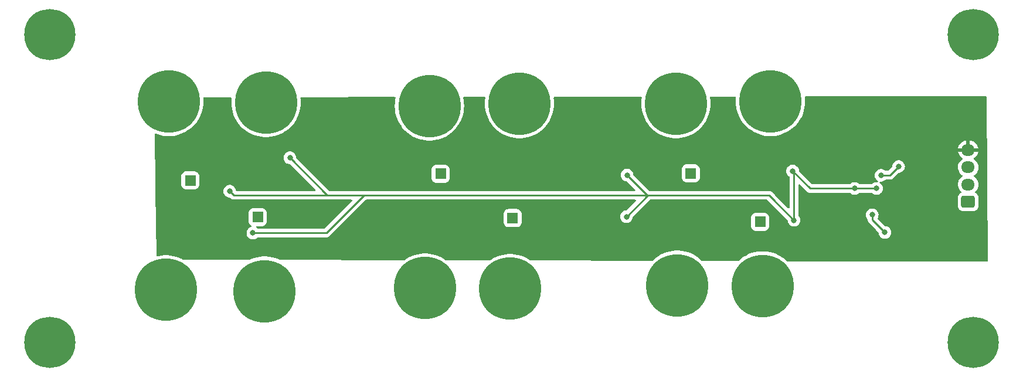
<source format=gbr>
%TF.GenerationSoftware,KiCad,Pcbnew,7.0.7*%
%TF.CreationDate,2024-01-12T20:40:26-05:00*%
%TF.ProjectId,new current sensor,6e657720-6375-4727-9265-6e742073656e,rev?*%
%TF.SameCoordinates,Original*%
%TF.FileFunction,Copper,L2,Bot*%
%TF.FilePolarity,Positive*%
%FSLAX46Y46*%
G04 Gerber Fmt 4.6, Leading zero omitted, Abs format (unit mm)*
G04 Created by KiCad (PCBNEW 7.0.7) date 2024-01-12 20:40:26*
%MOMM*%
%LPD*%
G01*
G04 APERTURE LIST*
G04 Aperture macros list*
%AMRoundRect*
0 Rectangle with rounded corners*
0 $1 Rounding radius*
0 $2 $3 $4 $5 $6 $7 $8 $9 X,Y pos of 4 corners*
0 Add a 4 corners polygon primitive as box body*
4,1,4,$2,$3,$4,$5,$6,$7,$8,$9,$2,$3,0*
0 Add four circle primitives for the rounded corners*
1,1,$1+$1,$2,$3*
1,1,$1+$1,$4,$5*
1,1,$1+$1,$6,$7*
1,1,$1+$1,$8,$9*
0 Add four rect primitives between the rounded corners*
20,1,$1+$1,$2,$3,$4,$5,0*
20,1,$1+$1,$4,$5,$6,$7,0*
20,1,$1+$1,$6,$7,$8,$9,0*
20,1,$1+$1,$8,$9,$2,$3,0*%
G04 Aperture macros list end*
%TA.AperFunction,ComponentPad*%
%ADD10C,7.400000*%
%TD*%
%TA.AperFunction,ComponentPad*%
%ADD11RoundRect,0.250000X-0.550000X-0.550000X0.550000X-0.550000X0.550000X0.550000X-0.550000X0.550000X0*%
%TD*%
%TA.AperFunction,ComponentPad*%
%ADD12C,9.000000*%
%TD*%
%TA.AperFunction,ComponentPad*%
%ADD13RoundRect,0.250000X0.725000X-0.600000X0.725000X0.600000X-0.725000X0.600000X-0.725000X-0.600000X0*%
%TD*%
%TA.AperFunction,ComponentPad*%
%ADD14O,1.950000X1.700000*%
%TD*%
%TA.AperFunction,ViaPad*%
%ADD15C,0.800000*%
%TD*%
%TA.AperFunction,Conductor*%
%ADD16C,0.250000*%
%TD*%
G04 APERTURE END LIST*
D10*
%TO.P,REF\u002A\u002A,1*%
%TO.N,N/C*%
X241300000Y-38100000D03*
%TD*%
%TO.P,REF\u002A\u002A,1*%
%TO.N,N/C*%
X107950000Y-38100000D03*
%TD*%
%TO.P,REF\u002A\u002A,1*%
%TO.N,N/C*%
X107950000Y-82550000D03*
%TD*%
%TO.P,REF\u002A\u002A,1*%
%TO.N,N/C*%
X241300000Y-82550000D03*
%TD*%
D11*
%TO.P,TP1,1,1*%
%TO.N,Net-(U1-~{FAULT})*%
X137949139Y-64454800D03*
%TD*%
D12*
%TO.P,H6.1,1,1*%
%TO.N,/M3+*%
X162113397Y-74698097D03*
%TD*%
%TO.P,H5.2,1,1*%
%TO.N,/M2-*%
X210850000Y-74400000D03*
%TD*%
%TO.P,H6.2,1,1*%
%TO.N,/M3-*%
X174413397Y-74798097D03*
%TD*%
D11*
%TO.P,TP4,1,1*%
%TO.N,Net-(U4-~{FAULT})*%
X164360000Y-58205000D03*
%TD*%
D12*
%TO.P,H4.1,1,1*%
%TO.N,/M1+*%
X124699139Y-74954800D03*
%TD*%
%TO.P,H2.2,1,1*%
%TO.N,/M5-*%
X198350000Y-48050000D03*
%TD*%
D11*
%TO.P,TP3,1,1*%
%TO.N,Net-(U3-~{FAULT})*%
X174763397Y-64598097D03*
%TD*%
D12*
%TO.P,H1.1,1,1*%
%TO.N,/M4+*%
X175750000Y-48050000D03*
%TD*%
D13*
%TO.P,J1,1,Pin_1*%
%TO.N,Net-(J1-Pin_1)*%
X240550000Y-62250000D03*
D14*
%TO.P,J1,2,Pin_2*%
%TO.N,Net-(J1-Pin_2)*%
X240550000Y-59750000D03*
%TO.P,J1,3,Pin_3*%
%TO.N,+3V3*%
X240550000Y-57250000D03*
%TO.P,J1,4,Pin_4*%
%TO.N,Earth*%
X240550000Y-54750000D03*
%TD*%
D12*
%TO.P,H3.2,1,1*%
%TO.N,/M6-*%
X125100000Y-47750000D03*
%TD*%
%TO.P,H1.2,1,1*%
%TO.N,/M4-*%
X162750000Y-48400000D03*
%TD*%
D11*
%TO.P,TP5,1,1*%
%TO.N,Net-(U5-~{FAULT})*%
X200500000Y-58150000D03*
%TD*%
D12*
%TO.P,H2.1,1,1*%
%TO.N,/M5+*%
X212000000Y-47750000D03*
%TD*%
%TO.P,H3.1,1,1*%
%TO.N,/M6+*%
X139150000Y-47900000D03*
%TD*%
D11*
%TO.P,TP2,1,1*%
%TO.N,Net-(U2-~{FAULT})*%
X210505000Y-65127500D03*
%TD*%
D12*
%TO.P,H5.1,1,1*%
%TO.N,/M2+*%
X198550000Y-74300000D03*
%TD*%
%TO.P,H4.2,1,1*%
%TO.N,/M1-*%
X138949139Y-75154800D03*
%TD*%
D11*
%TO.P,TP6,1,1*%
%TO.N,Net-(U6-~{FAULT})*%
X128224895Y-59165105D03*
%TD*%
D15*
%TO.N,+3.3V*%
X142600000Y-55900000D03*
X191200000Y-64400000D03*
X137250000Y-66750000D03*
X191300000Y-58400000D03*
X226695000Y-64135000D03*
X228525000Y-66675000D03*
X133900000Y-60700000D03*
X227330000Y-60325000D03*
X224155000Y-60325000D03*
X215200000Y-57800000D03*
X215400000Y-64900000D03*
%TO.N,Earth*%
X202100000Y-55025500D03*
X236220000Y-62894500D03*
X166100000Y-55200000D03*
X138400000Y-59650000D03*
X134500000Y-67174500D03*
X236220000Y-55880000D03*
X196800000Y-63950000D03*
X171300000Y-67174500D03*
X126350000Y-61900000D03*
X174072500Y-59370000D03*
X129574895Y-54980395D03*
X212095000Y-57975000D03*
X160750000Y-63700000D03*
X207150000Y-67200000D03*
X224155000Y-69850000D03*
%TO.N,Net-(J1-Pin_2)*%
X230505000Y-57150000D03*
X227965000Y-58420000D03*
%TD*%
D16*
%TO.N,+3.3V*%
X149800000Y-61300000D02*
X148000000Y-61300000D01*
X228525000Y-66675000D02*
X226695000Y-64845000D01*
X194300000Y-61300000D02*
X195000000Y-61300000D01*
X195000000Y-61300000D02*
X198200000Y-61300000D01*
X224155000Y-60325000D02*
X217725000Y-60325000D01*
X198200000Y-61300000D02*
X194200000Y-61300000D01*
X227330000Y-60325000D02*
X224155000Y-60325000D01*
X215400000Y-64900000D02*
X212250000Y-61750000D01*
X153300000Y-61300000D02*
X149800000Y-61300000D01*
X195000000Y-61300000D02*
X153300000Y-61300000D01*
X226695000Y-64845000D02*
X226695000Y-64135000D01*
X198200000Y-61300000D02*
X211800000Y-61300000D01*
X153300000Y-61300000D02*
X147850000Y-66750000D01*
X215400000Y-64900000D02*
X215400000Y-58000000D01*
X148000000Y-61300000D02*
X142600000Y-55900000D01*
X134500000Y-61300000D02*
X133900000Y-60700000D01*
X217725000Y-60325000D02*
X215200000Y-57800000D01*
X215400000Y-58000000D02*
X215200000Y-57800000D01*
X191200000Y-64400000D02*
X194300000Y-61300000D01*
X149800000Y-61300000D02*
X134500000Y-61300000D01*
X147850000Y-66750000D02*
X137250000Y-66750000D01*
X194200000Y-61300000D02*
X191300000Y-58400000D01*
X211800000Y-61300000D02*
X212250000Y-61750000D01*
%TO.N,Net-(J1-Pin_2)*%
X230505000Y-57150000D02*
X229235000Y-58420000D01*
X229235000Y-58420000D02*
X227965000Y-58420000D01*
%TD*%
%TA.AperFunction,Conductor*%
%TO.N,Earth*%
G36*
X243148004Y-47010078D02*
G01*
X243194568Y-47063671D01*
X243206020Y-47115138D01*
X243398961Y-70772653D01*
X243379515Y-70840935D01*
X243326240Y-70887864D01*
X243272650Y-70899681D01*
X214417302Y-70827573D01*
X214349232Y-70807400D01*
X214326544Y-70788646D01*
X214314681Y-70776238D01*
X214314679Y-70776236D01*
X214314676Y-70776233D01*
X214200224Y-70676239D01*
X213975900Y-70480252D01*
X213682317Y-70266953D01*
X213611948Y-70215827D01*
X213611938Y-70215821D01*
X213611922Y-70215810D01*
X213225787Y-69985105D01*
X213225761Y-69985091D01*
X212820454Y-69789905D01*
X212820448Y-69789902D01*
X212399264Y-69631830D01*
X211965625Y-69512153D01*
X211522992Y-69431827D01*
X211522989Y-69431826D01*
X211522985Y-69431826D01*
X211074932Y-69391500D01*
X210625068Y-69391500D01*
X210177015Y-69431826D01*
X210177011Y-69431826D01*
X210177007Y-69431827D01*
X209734374Y-69512153D01*
X209300735Y-69631830D01*
X208879551Y-69789902D01*
X208879545Y-69789905D01*
X208474238Y-69985091D01*
X208474212Y-69985105D01*
X208088077Y-70215810D01*
X208088042Y-70215834D01*
X207724099Y-70480252D01*
X207385269Y-70776281D01*
X207386655Y-70774958D01*
X207323557Y-70807503D01*
X207299372Y-70809785D01*
X202183682Y-70797002D01*
X202115612Y-70776829D01*
X202092927Y-70758078D01*
X202026934Y-70689054D01*
X202014681Y-70676238D01*
X202014679Y-70676236D01*
X202014676Y-70676233D01*
X201915233Y-70589353D01*
X201675900Y-70380252D01*
X201409395Y-70186626D01*
X201311948Y-70115827D01*
X201311938Y-70115821D01*
X201311922Y-70115810D01*
X200925787Y-69885105D01*
X200925761Y-69885091D01*
X200520454Y-69689905D01*
X200520448Y-69689902D01*
X200099264Y-69531830D01*
X199665625Y-69412153D01*
X199222992Y-69331827D01*
X199222989Y-69331826D01*
X199222985Y-69331826D01*
X198774932Y-69291500D01*
X198325068Y-69291500D01*
X197877015Y-69331826D01*
X197877011Y-69331826D01*
X197877007Y-69331827D01*
X197434374Y-69412153D01*
X197000735Y-69531830D01*
X196579551Y-69689902D01*
X196579545Y-69689905D01*
X196174238Y-69885091D01*
X196174212Y-69885105D01*
X195788077Y-70115810D01*
X195788042Y-70115834D01*
X195424099Y-70380252D01*
X195085326Y-70676231D01*
X195085317Y-70676239D01*
X195024396Y-70739957D01*
X194962863Y-70775371D01*
X194933010Y-70778882D01*
X177382650Y-70735024D01*
X177314580Y-70714851D01*
X177308904Y-70710960D01*
X177261103Y-70676231D01*
X177175345Y-70613924D01*
X177175335Y-70613918D01*
X177175319Y-70613907D01*
X176789184Y-70383202D01*
X176789158Y-70383188D01*
X176383851Y-70188002D01*
X176383845Y-70187999D01*
X175962661Y-70029927D01*
X175529022Y-69910250D01*
X175086389Y-69829924D01*
X175086386Y-69829923D01*
X175086382Y-69829923D01*
X174638329Y-69789597D01*
X174188465Y-69789597D01*
X173740412Y-69829923D01*
X173740408Y-69829923D01*
X173740404Y-69829924D01*
X173297771Y-69910250D01*
X172864132Y-70029927D01*
X172442948Y-70187999D01*
X172442942Y-70188002D01*
X172037635Y-70383188D01*
X172037609Y-70383202D01*
X171651458Y-70613917D01*
X171651429Y-70613936D01*
X171538244Y-70696170D01*
X171471377Y-70720029D01*
X171463869Y-70720234D01*
X165178312Y-70704526D01*
X165110242Y-70684353D01*
X165104566Y-70680462D01*
X164982601Y-70591850D01*
X164875345Y-70513924D01*
X164875335Y-70513918D01*
X164875319Y-70513907D01*
X164489184Y-70283202D01*
X164489158Y-70283188D01*
X164288654Y-70186630D01*
X164083847Y-70088000D01*
X164083845Y-70087999D01*
X163662661Y-69929927D01*
X163229022Y-69810250D01*
X162786389Y-69729924D01*
X162786386Y-69729923D01*
X162786382Y-69729923D01*
X162338329Y-69689597D01*
X161888465Y-69689597D01*
X161440412Y-69729923D01*
X161440408Y-69729923D01*
X161440404Y-69729924D01*
X160997771Y-69810250D01*
X160564132Y-69929927D01*
X160142948Y-70087999D01*
X160142942Y-70088002D01*
X159737635Y-70283188D01*
X159737609Y-70283202D01*
X159351458Y-70513917D01*
X159351440Y-70513929D01*
X159143240Y-70665195D01*
X159076372Y-70689054D01*
X159068864Y-70689259D01*
X141155251Y-70644494D01*
X141100897Y-70632016D01*
X140919602Y-70544708D01*
X140919587Y-70544702D01*
X140498403Y-70386630D01*
X140064764Y-70266953D01*
X139622131Y-70186627D01*
X139622128Y-70186626D01*
X139622124Y-70186626D01*
X139174071Y-70146300D01*
X138724207Y-70146300D01*
X138276154Y-70186626D01*
X138276150Y-70186626D01*
X138276146Y-70186627D01*
X137833513Y-70266953D01*
X137399874Y-70386630D01*
X136978687Y-70544703D01*
X136820161Y-70621045D01*
X136765177Y-70633523D01*
X127226176Y-70609685D01*
X127161867Y-70591850D01*
X127074911Y-70539897D01*
X127074898Y-70539890D01*
X126669593Y-70344705D01*
X126669587Y-70344702D01*
X126248403Y-70186630D01*
X125814764Y-70066953D01*
X125372131Y-69986627D01*
X125372128Y-69986626D01*
X125372124Y-69986626D01*
X124924071Y-69946300D01*
X124474207Y-69946300D01*
X124026154Y-69986626D01*
X124026150Y-69986626D01*
X124026146Y-69986627D01*
X123583520Y-70066951D01*
X123498773Y-70090340D01*
X123427786Y-70089180D01*
X123368694Y-70049827D01*
X123340259Y-69984773D01*
X123339271Y-69971029D01*
X123338570Y-69929927D01*
X123181130Y-60699999D01*
X132986496Y-60699999D01*
X133006457Y-60889927D01*
X133029532Y-60960941D01*
X133065473Y-61071556D01*
X133065476Y-61071561D01*
X133160958Y-61236941D01*
X133160965Y-61236951D01*
X133288744Y-61378864D01*
X133288747Y-61378866D01*
X133443248Y-61491118D01*
X133617712Y-61568794D01*
X133804513Y-61608500D01*
X133860406Y-61608500D01*
X133928527Y-61628502D01*
X133949501Y-61645405D01*
X133992753Y-61688657D01*
X134002720Y-61701097D01*
X134002947Y-61700910D01*
X134007999Y-61707017D01*
X134059095Y-61754999D01*
X134080225Y-61776130D01*
X134085768Y-61780430D01*
X134090281Y-61784285D01*
X134124679Y-61816586D01*
X134124680Y-61816586D01*
X134124682Y-61816588D01*
X134142429Y-61826344D01*
X134158959Y-61837202D01*
X134174959Y-61849613D01*
X134206136Y-61863104D01*
X134218251Y-61868347D01*
X134223585Y-61870959D01*
X134264940Y-61893695D01*
X134284562Y-61898733D01*
X134303263Y-61905135D01*
X134315814Y-61910567D01*
X134321852Y-61913180D01*
X134321853Y-61913180D01*
X134321855Y-61913181D01*
X134368477Y-61920564D01*
X134374262Y-61921763D01*
X134419970Y-61933500D01*
X134440224Y-61933500D01*
X134459934Y-61935051D01*
X134462141Y-61935400D01*
X134479943Y-61938220D01*
X134513870Y-61935012D01*
X134526917Y-61933780D01*
X134532850Y-61933500D01*
X147919970Y-61933500D01*
X147940224Y-61933500D01*
X147959934Y-61935051D01*
X147962141Y-61935400D01*
X147979943Y-61938220D01*
X148013870Y-61935012D01*
X148026917Y-61933780D01*
X148032850Y-61933500D01*
X149719970Y-61933500D01*
X151466406Y-61933500D01*
X151534527Y-61953502D01*
X151581020Y-62007158D01*
X151591124Y-62077432D01*
X151561630Y-62142012D01*
X151555501Y-62148594D01*
X149569095Y-64135000D01*
X147624500Y-66079595D01*
X147562188Y-66113621D01*
X147535405Y-66116500D01*
X137958200Y-66116500D01*
X137890079Y-66096498D01*
X137864563Y-66074810D01*
X137861252Y-66071133D01*
X137751282Y-65991235D01*
X137707928Y-65935013D01*
X137701853Y-65864276D01*
X137734984Y-65801485D01*
X137796805Y-65766573D01*
X137825337Y-65763299D01*
X138549683Y-65763299D01*
X138653565Y-65752687D01*
X138821877Y-65696915D01*
X138972791Y-65603830D01*
X139098169Y-65478452D01*
X139191254Y-65327538D01*
X139247026Y-65159226D01*
X139257639Y-65055345D01*
X139257638Y-63854256D01*
X139254036Y-63819000D01*
X139247026Y-63750374D01*
X139200141Y-63608882D01*
X139191254Y-63582062D01*
X139098169Y-63431148D01*
X139098168Y-63431147D01*
X139098163Y-63431141D01*
X138972797Y-63305775D01*
X138972791Y-63305770D01*
X138946572Y-63289598D01*
X138821877Y-63212685D01*
X138737721Y-63184798D01*
X138653566Y-63156913D01*
X138653559Y-63156912D01*
X138549692Y-63146300D01*
X137348594Y-63146300D01*
X137244713Y-63156912D01*
X137076400Y-63212685D01*
X136925486Y-63305770D01*
X136925480Y-63305775D01*
X136800114Y-63431141D01*
X136800109Y-63431147D01*
X136707024Y-63582062D01*
X136651252Y-63750372D01*
X136651251Y-63750379D01*
X136640639Y-63854246D01*
X136640639Y-65055344D01*
X136651251Y-65159225D01*
X136707024Y-65327538D01*
X136800109Y-65478452D01*
X136800114Y-65478458D01*
X136925480Y-65603824D01*
X136925486Y-65603829D01*
X136925487Y-65603830D01*
X137003084Y-65651692D01*
X137050561Y-65704477D01*
X137061964Y-65774552D01*
X137033672Y-65839667D01*
X136974667Y-65879150D01*
X136971385Y-65880012D01*
X136967716Y-65881203D01*
X136793247Y-65958882D01*
X136638744Y-66071135D01*
X136510965Y-66213048D01*
X136510958Y-66213058D01*
X136415476Y-66378438D01*
X136415473Y-66378445D01*
X136356457Y-66560072D01*
X136336496Y-66750000D01*
X136356457Y-66939927D01*
X136386526Y-67032470D01*
X136415473Y-67121556D01*
X136415476Y-67121561D01*
X136510958Y-67286941D01*
X136510965Y-67286951D01*
X136638744Y-67428864D01*
X136638747Y-67428866D01*
X136793248Y-67541118D01*
X136967712Y-67618794D01*
X137154513Y-67658500D01*
X137345487Y-67658500D01*
X137532288Y-67618794D01*
X137706752Y-67541118D01*
X137861253Y-67428866D01*
X137864562Y-67425190D01*
X137925009Y-67387950D01*
X137958200Y-67383500D01*
X147766147Y-67383500D01*
X147781988Y-67385249D01*
X147782016Y-67384956D01*
X147789902Y-67385700D01*
X147789909Y-67385702D01*
X147859958Y-67383500D01*
X147889856Y-67383500D01*
X147896818Y-67382619D01*
X147902719Y-67382154D01*
X147949889Y-67380673D01*
X147969347Y-67375019D01*
X147988694Y-67371013D01*
X148008797Y-67368474D01*
X148052679Y-67351099D01*
X148058274Y-67349183D01*
X148086816Y-67340891D01*
X148103591Y-67336019D01*
X148103595Y-67336017D01*
X148121026Y-67325708D01*
X148138780Y-67317009D01*
X148157617Y-67309552D01*
X148195786Y-67281818D01*
X148200744Y-67278562D01*
X148241362Y-67254542D01*
X148255685Y-67240218D01*
X148270724Y-67227374D01*
X148287107Y-67215472D01*
X148317193Y-67179103D01*
X148321161Y-67174741D01*
X150297262Y-65198641D01*
X173454897Y-65198641D01*
X173465509Y-65302522D01*
X173521282Y-65470835D01*
X173614367Y-65621749D01*
X173614372Y-65621755D01*
X173739738Y-65747121D01*
X173739744Y-65747126D01*
X173739745Y-65747127D01*
X173890659Y-65840212D01*
X174058971Y-65895984D01*
X174162852Y-65906597D01*
X175363941Y-65906596D01*
X175467823Y-65895984D01*
X175636135Y-65840212D01*
X175787049Y-65747127D01*
X175806132Y-65728044D01*
X209196500Y-65728044D01*
X209207112Y-65831925D01*
X209262885Y-66000238D01*
X209355970Y-66151152D01*
X209355975Y-66151158D01*
X209481341Y-66276524D01*
X209481347Y-66276529D01*
X209481348Y-66276530D01*
X209632262Y-66369615D01*
X209800574Y-66425387D01*
X209904455Y-66436000D01*
X211105544Y-66435999D01*
X211209426Y-66425387D01*
X211377738Y-66369615D01*
X211528652Y-66276530D01*
X211654030Y-66151152D01*
X211747115Y-66000238D01*
X211802887Y-65831926D01*
X211813500Y-65728045D01*
X211813499Y-64526956D01*
X211802887Y-64423074D01*
X211747115Y-64254762D01*
X211654030Y-64103848D01*
X211654029Y-64103847D01*
X211654024Y-64103841D01*
X211528658Y-63978475D01*
X211528652Y-63978470D01*
X211528651Y-63978469D01*
X211377738Y-63885385D01*
X211283765Y-63854246D01*
X211209427Y-63829613D01*
X211209420Y-63829612D01*
X211105553Y-63819000D01*
X209904455Y-63819000D01*
X209800574Y-63829612D01*
X209632261Y-63885385D01*
X209481347Y-63978470D01*
X209481341Y-63978475D01*
X209355975Y-64103841D01*
X209355970Y-64103847D01*
X209262885Y-64254762D01*
X209207113Y-64423072D01*
X209207112Y-64423079D01*
X209196500Y-64526946D01*
X209196500Y-65728044D01*
X175806132Y-65728044D01*
X175912427Y-65621749D01*
X176005512Y-65470835D01*
X176061284Y-65302523D01*
X176071897Y-65198642D01*
X176071896Y-63997553D01*
X176061284Y-63893671D01*
X176005512Y-63725359D01*
X175912427Y-63574445D01*
X175912426Y-63574444D01*
X175912421Y-63574438D01*
X175787055Y-63449072D01*
X175787049Y-63449067D01*
X175757986Y-63431141D01*
X175636135Y-63355982D01*
X175538568Y-63323652D01*
X175467824Y-63300210D01*
X175467817Y-63300209D01*
X175363950Y-63289597D01*
X174162852Y-63289597D01*
X174058971Y-63300209D01*
X173890658Y-63355982D01*
X173739744Y-63449067D01*
X173739738Y-63449072D01*
X173614372Y-63574438D01*
X173614367Y-63574444D01*
X173521282Y-63725359D01*
X173465510Y-63893669D01*
X173465509Y-63893676D01*
X173454897Y-63997543D01*
X173454897Y-65198641D01*
X150297262Y-65198641D01*
X153525499Y-61970405D01*
X153587812Y-61936379D01*
X153614595Y-61933500D01*
X192466406Y-61933500D01*
X192534527Y-61953502D01*
X192581020Y-62007158D01*
X192591124Y-62077432D01*
X192561630Y-62142012D01*
X192555501Y-62148595D01*
X191249500Y-63454595D01*
X191187188Y-63488621D01*
X191160405Y-63491500D01*
X191104513Y-63491500D01*
X190917711Y-63531206D01*
X190743247Y-63608882D01*
X190588744Y-63721135D01*
X190460965Y-63863048D01*
X190460958Y-63863058D01*
X190365476Y-64028438D01*
X190365473Y-64028445D01*
X190306457Y-64210072D01*
X190286496Y-64400000D01*
X190306457Y-64589927D01*
X190309236Y-64598479D01*
X190365473Y-64771556D01*
X190365476Y-64771561D01*
X190460958Y-64936941D01*
X190460965Y-64936951D01*
X190588744Y-65078864D01*
X190588747Y-65078866D01*
X190743248Y-65191118D01*
X190917712Y-65268794D01*
X191104513Y-65308500D01*
X191295487Y-65308500D01*
X191482288Y-65268794D01*
X191656752Y-65191118D01*
X191811253Y-65078866D01*
X191832424Y-65055353D01*
X191939034Y-64936951D01*
X191939035Y-64936949D01*
X191939040Y-64936944D01*
X192034527Y-64771556D01*
X192093542Y-64589928D01*
X192110907Y-64424704D01*
X192137920Y-64359049D01*
X192147113Y-64348790D01*
X194525499Y-61970405D01*
X194587812Y-61936379D01*
X194614595Y-61933500D01*
X194919970Y-61933500D01*
X198119970Y-61933500D01*
X211485405Y-61933500D01*
X211553526Y-61953502D01*
X211574501Y-61970405D01*
X211831788Y-62227693D01*
X211831802Y-62227706D01*
X213801569Y-64197474D01*
X214452877Y-64848782D01*
X214486903Y-64911094D01*
X214489092Y-64924706D01*
X214506457Y-65089927D01*
X214528974Y-65159225D01*
X214565473Y-65271556D01*
X214565476Y-65271561D01*
X214660958Y-65436941D01*
X214660965Y-65436951D01*
X214788744Y-65578864D01*
X214823105Y-65603829D01*
X214943248Y-65691118D01*
X215117712Y-65768794D01*
X215304513Y-65808500D01*
X215495487Y-65808500D01*
X215682288Y-65768794D01*
X215856752Y-65691118D01*
X216011253Y-65578866D01*
X216101666Y-65478452D01*
X216139034Y-65436951D01*
X216139035Y-65436949D01*
X216139040Y-65436944D01*
X216234527Y-65271556D01*
X216293542Y-65089928D01*
X216313504Y-64900000D01*
X216293542Y-64710072D01*
X216234527Y-64528444D01*
X216139040Y-64363056D01*
X216065863Y-64281784D01*
X216035146Y-64217776D01*
X216033500Y-64197474D01*
X216033500Y-64135000D01*
X225781496Y-64135000D01*
X225801457Y-64324927D01*
X225831526Y-64417470D01*
X225860473Y-64506556D01*
X225860476Y-64506561D01*
X225924495Y-64617446D01*
X225955960Y-64671944D01*
X226028504Y-64752512D01*
X226059220Y-64816517D01*
X226060805Y-64832858D01*
X226061500Y-64854956D01*
X226061500Y-64884851D01*
X226061501Y-64884872D01*
X226062378Y-64891820D01*
X226062844Y-64897732D01*
X226064326Y-64944888D01*
X226064327Y-64944893D01*
X226069977Y-64964339D01*
X226073986Y-64983697D01*
X226076525Y-65003793D01*
X226076526Y-65003799D01*
X226093893Y-65047662D01*
X226095816Y-65053279D01*
X226108982Y-65098593D01*
X226119294Y-65116031D01*
X226127988Y-65133779D01*
X226135444Y-65152609D01*
X226135450Y-65152620D01*
X226163177Y-65190783D01*
X226166437Y-65195746D01*
X226190460Y-65236365D01*
X226204779Y-65250684D01*
X226217617Y-65265714D01*
X226227156Y-65278843D01*
X226229528Y-65282107D01*
X226254200Y-65302517D01*
X226265886Y-65312185D01*
X226270267Y-65316171D01*
X227257533Y-66303438D01*
X227577877Y-66623782D01*
X227611903Y-66686094D01*
X227614092Y-66699706D01*
X227631457Y-66864927D01*
X227655827Y-66939927D01*
X227690473Y-67046556D01*
X227690476Y-67046561D01*
X227785958Y-67211941D01*
X227785965Y-67211951D01*
X227913744Y-67353864D01*
X227956942Y-67385249D01*
X228068248Y-67466118D01*
X228242712Y-67543794D01*
X228429513Y-67583500D01*
X228620487Y-67583500D01*
X228807288Y-67543794D01*
X228981752Y-67466118D01*
X229136253Y-67353866D01*
X229140473Y-67349179D01*
X229264034Y-67211951D01*
X229264035Y-67211949D01*
X229264040Y-67211944D01*
X229359527Y-67046556D01*
X229418542Y-66864928D01*
X229438504Y-66675000D01*
X229418542Y-66485072D01*
X229359527Y-66303444D01*
X229264040Y-66138056D01*
X229264038Y-66138054D01*
X229264034Y-66138048D01*
X229136255Y-65996135D01*
X228981752Y-65883882D01*
X228807288Y-65806206D01*
X228620487Y-65766500D01*
X228564594Y-65766500D01*
X228496473Y-65746498D01*
X228475499Y-65729595D01*
X227496479Y-64750574D01*
X227462453Y-64688262D01*
X227467518Y-64617446D01*
X227476455Y-64598479D01*
X227481392Y-64589928D01*
X227529527Y-64506556D01*
X227588542Y-64324928D01*
X227608504Y-64135000D01*
X227588542Y-63945072D01*
X227529527Y-63763444D01*
X227434040Y-63598056D01*
X227434038Y-63598054D01*
X227434034Y-63598048D01*
X227306255Y-63456135D01*
X227151752Y-63343882D01*
X226977288Y-63266206D01*
X226790487Y-63226500D01*
X226599513Y-63226500D01*
X226412711Y-63266206D01*
X226238247Y-63343882D01*
X226083744Y-63456135D01*
X225955965Y-63598048D01*
X225955958Y-63598058D01*
X225860476Y-63763438D01*
X225860473Y-63763445D01*
X225801457Y-63945072D01*
X225781496Y-64135000D01*
X216033500Y-64135000D01*
X216033500Y-62077432D01*
X216033500Y-59833589D01*
X216053501Y-59765472D01*
X216107157Y-59718979D01*
X216177431Y-59708875D01*
X216242011Y-59738369D01*
X216248594Y-59744498D01*
X217217753Y-60713657D01*
X217227720Y-60726097D01*
X217227947Y-60725910D01*
X217232999Y-60732017D01*
X217233000Y-60732018D01*
X217265708Y-60762733D01*
X217284095Y-60779999D01*
X217305225Y-60801130D01*
X217310768Y-60805430D01*
X217315281Y-60809285D01*
X217349679Y-60841586D01*
X217349680Y-60841586D01*
X217349682Y-60841588D01*
X217367429Y-60851344D01*
X217383959Y-60862202D01*
X217399959Y-60874613D01*
X217425749Y-60885773D01*
X217443251Y-60893347D01*
X217448585Y-60895959D01*
X217489940Y-60918695D01*
X217509562Y-60923733D01*
X217528263Y-60930135D01*
X217540814Y-60935567D01*
X217546852Y-60938180D01*
X217546853Y-60938180D01*
X217546855Y-60938181D01*
X217593477Y-60945564D01*
X217599262Y-60946763D01*
X217644970Y-60958500D01*
X217665224Y-60958500D01*
X217684934Y-60960051D01*
X217687141Y-60960400D01*
X217704943Y-60963220D01*
X217738870Y-60960012D01*
X217751917Y-60958780D01*
X217757850Y-60958500D01*
X223446800Y-60958500D01*
X223514921Y-60978502D01*
X223540437Y-61000190D01*
X223543747Y-61003866D01*
X223698248Y-61116118D01*
X223872712Y-61193794D01*
X224059513Y-61233500D01*
X224250487Y-61233500D01*
X224437288Y-61193794D01*
X224611752Y-61116118D01*
X224766253Y-61003866D01*
X224769562Y-61000190D01*
X224830009Y-60962950D01*
X224863200Y-60958500D01*
X226621800Y-60958500D01*
X226689921Y-60978502D01*
X226715437Y-61000190D01*
X226718747Y-61003866D01*
X226873248Y-61116118D01*
X227047712Y-61193794D01*
X227234513Y-61233500D01*
X227425487Y-61233500D01*
X227612288Y-61193794D01*
X227786752Y-61116118D01*
X227941253Y-61003866D01*
X227982101Y-60958500D01*
X228069034Y-60861951D01*
X228069035Y-60861949D01*
X228069040Y-60861944D01*
X228164527Y-60696556D01*
X228223542Y-60514928D01*
X228243504Y-60325000D01*
X228223542Y-60135072D01*
X228164527Y-59953444D01*
X228069040Y-59788056D01*
X228069038Y-59788054D01*
X228069034Y-59788048D01*
X227982682Y-59692144D01*
X239062815Y-59692144D01*
X239072630Y-59923178D01*
X239121351Y-60149240D01*
X239207575Y-60363815D01*
X239207577Y-60363819D01*
X239328819Y-60560727D01*
X239328822Y-60560731D01*
X239479571Y-60732017D01*
X239481602Y-60734324D01*
X239509023Y-60756465D01*
X239549458Y-60814820D01*
X239551925Y-60885773D01*
X239515639Y-60946797D01*
X239496015Y-60961738D01*
X239351347Y-61050970D01*
X239351341Y-61050975D01*
X239225975Y-61176341D01*
X239225970Y-61176347D01*
X239132885Y-61327262D01*
X239077113Y-61495572D01*
X239077112Y-61495579D01*
X239066500Y-61599446D01*
X239066500Y-62900544D01*
X239077112Y-63004425D01*
X239132885Y-63172738D01*
X239225970Y-63323652D01*
X239225975Y-63323658D01*
X239351341Y-63449024D01*
X239351347Y-63449029D01*
X239351348Y-63449030D01*
X239502262Y-63542115D01*
X239670574Y-63597887D01*
X239774455Y-63608500D01*
X241325544Y-63608499D01*
X241429426Y-63597887D01*
X241597738Y-63542115D01*
X241748652Y-63449030D01*
X241874030Y-63323652D01*
X241967115Y-63172738D01*
X242022887Y-63004426D01*
X242033500Y-62900545D01*
X242033499Y-61599456D01*
X242022887Y-61495574D01*
X241967115Y-61327262D01*
X241874030Y-61176348D01*
X241874029Y-61176347D01*
X241874024Y-61176341D01*
X241748658Y-61050975D01*
X241748652Y-61050970D01*
X241602693Y-60960941D01*
X241555215Y-60908155D01*
X241543812Y-60838080D01*
X241572105Y-60772964D01*
X241581642Y-60762747D01*
X241698476Y-60650772D01*
X241835985Y-60464847D01*
X241940095Y-60258357D01*
X242007811Y-60037243D01*
X242037184Y-59807865D01*
X242036342Y-59788056D01*
X242027369Y-59576821D01*
X241999415Y-59447115D01*
X241978649Y-59350762D01*
X241976496Y-59345405D01*
X241953748Y-59288793D01*
X241892426Y-59136187D01*
X241869446Y-59098866D01*
X241812278Y-59006019D01*
X241771179Y-58939270D01*
X241618398Y-58765676D01*
X241438476Y-58620400D01*
X241417264Y-58608550D01*
X241367552Y-58557869D01*
X241353131Y-58488352D01*
X241378582Y-58422074D01*
X241408161Y-58394161D01*
X241531523Y-58310783D01*
X241698476Y-58150772D01*
X241835985Y-57964847D01*
X241940095Y-57758357D01*
X242007811Y-57537243D01*
X242037184Y-57307865D01*
X242035280Y-57263056D01*
X242027369Y-57076821D01*
X242008913Y-56991190D01*
X241978649Y-56850762D01*
X241976496Y-56845405D01*
X241949587Y-56778438D01*
X241892426Y-56636187D01*
X241771179Y-56439270D01*
X241618398Y-56265676D01*
X241438476Y-56120400D01*
X241416777Y-56108278D01*
X241367063Y-56057596D01*
X241352642Y-55988080D01*
X241378093Y-55921802D01*
X241407672Y-55893888D01*
X241531200Y-55810397D01*
X241531213Y-55810387D01*
X241698096Y-55650443D01*
X241698102Y-55650435D01*
X241835556Y-55464586D01*
X241939630Y-55258165D01*
X242007320Y-55037135D01*
X242011563Y-55004000D01*
X241138788Y-55004000D01*
X241070667Y-54983998D01*
X241024174Y-54930342D01*
X241014070Y-54860068D01*
X241017890Y-54842508D01*
X241025000Y-54818295D01*
X241025000Y-54681705D01*
X241017891Y-54657497D01*
X241017892Y-54586502D01*
X241056275Y-54526776D01*
X241120856Y-54497283D01*
X241138788Y-54496000D01*
X242009439Y-54496000D01*
X241978168Y-54350906D01*
X241891977Y-54136412D01*
X241770772Y-53939564D01*
X241618048Y-53766038D01*
X241618045Y-53766035D01*
X241438199Y-53620819D01*
X241236382Y-53508077D01*
X241018428Y-53431068D01*
X240804000Y-53394300D01*
X240804000Y-54161223D01*
X240783998Y-54229344D01*
X240730342Y-54275837D01*
X240660069Y-54285940D01*
X240660068Y-54285940D01*
X240583981Y-54275000D01*
X240583975Y-54275000D01*
X240516025Y-54275000D01*
X240516018Y-54275000D01*
X240439932Y-54285940D01*
X240369658Y-54275837D01*
X240316002Y-54229344D01*
X240296000Y-54161223D01*
X240296000Y-53398069D01*
X240194666Y-53406694D01*
X240194660Y-53406695D01*
X239970966Y-53464940D01*
X239760321Y-53560157D01*
X239760315Y-53560160D01*
X239568794Y-53689606D01*
X239568786Y-53689612D01*
X239401903Y-53849556D01*
X239401897Y-53849564D01*
X239264443Y-54035413D01*
X239160369Y-54241834D01*
X239092679Y-54462864D01*
X239088437Y-54496000D01*
X239961212Y-54496000D01*
X240029333Y-54516002D01*
X240075826Y-54569658D01*
X240085930Y-54639932D01*
X240082109Y-54657491D01*
X240075000Y-54681705D01*
X240075000Y-54818295D01*
X240082107Y-54842502D01*
X240082108Y-54913498D01*
X240043725Y-54973224D01*
X239979144Y-55002717D01*
X239961212Y-55004000D01*
X239090561Y-55004000D01*
X239121831Y-55149093D01*
X239208022Y-55363587D01*
X239329227Y-55560435D01*
X239481951Y-55733961D01*
X239481954Y-55733964D01*
X239661802Y-55879182D01*
X239683197Y-55891134D01*
X239732912Y-55941819D01*
X239747332Y-56011335D01*
X239721880Y-56077613D01*
X239692303Y-56105525D01*
X239568478Y-56189216D01*
X239568477Y-56189217D01*
X239401521Y-56349230D01*
X239264013Y-56535154D01*
X239159903Y-56741647D01*
X239114011Y-56891500D01*
X239092189Y-56962757D01*
X239064198Y-57181347D01*
X239062815Y-57192144D01*
X239072630Y-57423178D01*
X239121351Y-57649240D01*
X239207575Y-57863815D01*
X239207577Y-57863819D01*
X239328819Y-58060727D01*
X239328822Y-58060731D01*
X239481601Y-58234323D01*
X239608691Y-58336941D01*
X239661524Y-58379600D01*
X239682733Y-58391448D01*
X239732446Y-58442129D01*
X239746869Y-58511645D01*
X239721418Y-58577923D01*
X239691839Y-58605838D01*
X239568478Y-58689216D01*
X239568477Y-58689217D01*
X239401521Y-58849230D01*
X239264013Y-59035154D01*
X239159903Y-59241647D01*
X239121611Y-59366686D01*
X239092189Y-59462757D01*
X239077583Y-59576822D01*
X239062815Y-59692144D01*
X227982682Y-59692144D01*
X227941255Y-59646135D01*
X227817795Y-59556436D01*
X227774441Y-59500214D01*
X227768366Y-59429477D01*
X227801498Y-59366686D01*
X227863318Y-59331774D01*
X227891856Y-59328500D01*
X228060487Y-59328500D01*
X228247288Y-59288794D01*
X228421752Y-59211118D01*
X228576253Y-59098866D01*
X228579562Y-59095190D01*
X228640009Y-59057950D01*
X228673200Y-59053500D01*
X229151147Y-59053500D01*
X229166988Y-59055249D01*
X229167016Y-59054956D01*
X229174902Y-59055700D01*
X229174909Y-59055702D01*
X229244958Y-59053500D01*
X229274856Y-59053500D01*
X229281818Y-59052619D01*
X229287719Y-59052154D01*
X229334889Y-59050673D01*
X229354347Y-59045019D01*
X229373694Y-59041013D01*
X229393797Y-59038474D01*
X229437679Y-59021099D01*
X229443274Y-59019183D01*
X229471816Y-59010891D01*
X229488591Y-59006019D01*
X229488595Y-59006017D01*
X229506026Y-58995708D01*
X229523780Y-58987009D01*
X229542617Y-58979552D01*
X229580786Y-58951818D01*
X229585744Y-58948562D01*
X229626362Y-58924542D01*
X229640685Y-58910218D01*
X229655724Y-58897374D01*
X229672107Y-58885472D01*
X229702188Y-58849108D01*
X229706166Y-58844736D01*
X230455499Y-58095404D01*
X230517812Y-58061379D01*
X230544595Y-58058500D01*
X230600487Y-58058500D01*
X230787288Y-58018794D01*
X230961752Y-57941118D01*
X231116253Y-57828866D01*
X231152235Y-57788904D01*
X231244034Y-57686951D01*
X231244035Y-57686949D01*
X231244040Y-57686944D01*
X231339527Y-57521556D01*
X231398542Y-57339928D01*
X231418504Y-57150000D01*
X231398542Y-56960072D01*
X231339527Y-56778444D01*
X231244040Y-56613056D01*
X231244038Y-56613054D01*
X231244034Y-56613048D01*
X231116255Y-56471135D01*
X230961752Y-56358882D01*
X230787288Y-56281206D01*
X230600487Y-56241500D01*
X230409513Y-56241500D01*
X230222711Y-56281206D01*
X230048247Y-56358882D01*
X229893744Y-56471135D01*
X229765965Y-56613048D01*
X229765958Y-56613058D01*
X229670476Y-56778438D01*
X229670473Y-56778445D01*
X229611457Y-56960072D01*
X229594093Y-57125290D01*
X229567080Y-57190947D01*
X229557879Y-57201215D01*
X229009500Y-57749595D01*
X228947187Y-57783620D01*
X228920404Y-57786500D01*
X228673200Y-57786500D01*
X228605079Y-57766498D01*
X228579563Y-57744810D01*
X228576252Y-57741133D01*
X228421752Y-57628882D01*
X228247288Y-57551206D01*
X228060487Y-57511500D01*
X227869513Y-57511500D01*
X227682711Y-57551206D01*
X227508247Y-57628882D01*
X227353744Y-57741135D01*
X227225965Y-57883048D01*
X227225958Y-57883058D01*
X227130476Y-58048438D01*
X227130473Y-58048445D01*
X227071457Y-58230072D01*
X227051496Y-58419999D01*
X227071457Y-58609927D01*
X227091695Y-58672211D01*
X227130473Y-58791556D01*
X227130476Y-58791561D01*
X227225958Y-58956941D01*
X227225965Y-58956951D01*
X227353744Y-59098864D01*
X227477205Y-59188564D01*
X227520559Y-59244786D01*
X227526634Y-59315523D01*
X227493502Y-59378314D01*
X227431682Y-59413226D01*
X227403144Y-59416500D01*
X227234513Y-59416500D01*
X227047711Y-59456206D01*
X226873247Y-59533882D01*
X226718747Y-59646133D01*
X226715437Y-59649810D01*
X226654991Y-59687050D01*
X226621800Y-59691500D01*
X224863200Y-59691500D01*
X224795079Y-59671498D01*
X224769563Y-59649810D01*
X224766252Y-59646133D01*
X224611752Y-59533882D01*
X224437288Y-59456206D01*
X224250487Y-59416500D01*
X224059513Y-59416500D01*
X223872711Y-59456206D01*
X223698247Y-59533882D01*
X223543747Y-59646133D01*
X223540437Y-59649810D01*
X223479991Y-59687050D01*
X223446800Y-59691500D01*
X218039595Y-59691500D01*
X217971474Y-59671498D01*
X217950500Y-59654595D01*
X216147121Y-57851216D01*
X216113095Y-57788904D01*
X216110908Y-57775306D01*
X216093542Y-57610072D01*
X216034527Y-57428444D01*
X215939040Y-57263056D01*
X215939038Y-57263054D01*
X215939034Y-57263048D01*
X215811255Y-57121135D01*
X215656752Y-57008882D01*
X215482288Y-56931206D01*
X215295487Y-56891500D01*
X215104513Y-56891500D01*
X214917711Y-56931206D01*
X214743247Y-57008882D01*
X214588744Y-57121135D01*
X214460965Y-57263048D01*
X214460958Y-57263058D01*
X214368513Y-57423178D01*
X214365473Y-57428444D01*
X214350999Y-57472986D01*
X214306457Y-57610072D01*
X214286496Y-57799999D01*
X214306457Y-57989927D01*
X214329462Y-58060727D01*
X214365473Y-58171556D01*
X214365476Y-58171561D01*
X214460958Y-58336941D01*
X214460965Y-58336951D01*
X214588744Y-58478864D01*
X214714560Y-58570275D01*
X214757914Y-58626497D01*
X214766499Y-58672211D01*
X214766500Y-63066404D01*
X214746498Y-63134525D01*
X214692842Y-63181018D01*
X214622568Y-63191122D01*
X214557988Y-63161628D01*
X214551405Y-63155499D01*
X212668114Y-61272208D01*
X212668083Y-61272179D01*
X212307242Y-60911337D01*
X212297280Y-60898901D01*
X212297053Y-60899090D01*
X212292000Y-60892982D01*
X212240920Y-60845015D01*
X212219777Y-60823871D01*
X212219772Y-60823866D01*
X212214225Y-60819563D01*
X212209717Y-60815712D01*
X212175325Y-60783417D01*
X212175319Y-60783413D01*
X212157563Y-60773651D01*
X212141047Y-60762802D01*
X212125041Y-60750386D01*
X212094289Y-60737078D01*
X212081740Y-60731648D01*
X212076408Y-60729036D01*
X212035061Y-60706305D01*
X212015436Y-60701266D01*
X211996736Y-60694864D01*
X211978145Y-60686819D01*
X211978143Y-60686818D01*
X211978142Y-60686818D01*
X211931542Y-60679437D01*
X211925729Y-60678233D01*
X211880030Y-60666500D01*
X211859776Y-60666500D01*
X211840066Y-60664949D01*
X211820057Y-60661780D01*
X211820056Y-60661780D01*
X211773083Y-60666220D01*
X211767150Y-60666500D01*
X194514595Y-60666500D01*
X194446474Y-60646498D01*
X194425500Y-60629595D01*
X192546449Y-58750544D01*
X199191500Y-58750544D01*
X199202112Y-58854425D01*
X199257885Y-59022738D01*
X199350970Y-59173652D01*
X199350975Y-59173658D01*
X199476341Y-59299024D01*
X199476347Y-59299029D01*
X199476348Y-59299030D01*
X199627262Y-59392115D01*
X199795574Y-59447887D01*
X199899455Y-59458500D01*
X201100544Y-59458499D01*
X201204426Y-59447887D01*
X201372738Y-59392115D01*
X201523652Y-59299030D01*
X201649030Y-59173652D01*
X201742115Y-59022738D01*
X201797887Y-58854426D01*
X201808500Y-58750545D01*
X201808499Y-57549456D01*
X201803505Y-57500574D01*
X201797887Y-57445574D01*
X201762880Y-57339928D01*
X201742115Y-57277262D01*
X201649030Y-57126348D01*
X201649029Y-57126347D01*
X201649024Y-57126341D01*
X201523658Y-57000975D01*
X201523652Y-57000970D01*
X201523651Y-57000969D01*
X201372738Y-56907885D01*
X201288581Y-56879998D01*
X201204427Y-56852113D01*
X201204420Y-56852112D01*
X201100553Y-56841500D01*
X199899455Y-56841500D01*
X199795574Y-56852112D01*
X199627261Y-56907885D01*
X199476347Y-57000970D01*
X199476341Y-57000975D01*
X199350975Y-57126341D01*
X199350970Y-57126347D01*
X199257885Y-57277262D01*
X199202113Y-57445572D01*
X199202112Y-57445579D01*
X199191500Y-57549446D01*
X199191500Y-58750544D01*
X192546449Y-58750544D01*
X192247121Y-58451216D01*
X192213095Y-58388904D01*
X192210908Y-58375306D01*
X192193542Y-58210072D01*
X192134527Y-58028444D01*
X192039040Y-57863056D01*
X192039038Y-57863054D01*
X192039034Y-57863048D01*
X191911255Y-57721135D01*
X191756752Y-57608882D01*
X191582288Y-57531206D01*
X191395487Y-57491500D01*
X191204513Y-57491500D01*
X191017711Y-57531206D01*
X190843247Y-57608882D01*
X190688744Y-57721135D01*
X190560965Y-57863048D01*
X190560958Y-57863058D01*
X190465476Y-58028438D01*
X190465473Y-58028445D01*
X190406457Y-58210072D01*
X190386496Y-58400000D01*
X190406457Y-58589927D01*
X190412956Y-58609927D01*
X190465473Y-58771556D01*
X190465476Y-58771561D01*
X190560958Y-58936941D01*
X190560965Y-58936951D01*
X190688744Y-59078864D01*
X190749999Y-59123368D01*
X190843248Y-59191118D01*
X191017712Y-59268794D01*
X191204513Y-59308500D01*
X191260406Y-59308500D01*
X191328527Y-59328502D01*
X191349501Y-59345405D01*
X192455501Y-60451405D01*
X192489527Y-60513717D01*
X192484462Y-60584532D01*
X192441915Y-60641368D01*
X192375395Y-60666179D01*
X192366406Y-60666500D01*
X153383853Y-60666500D01*
X153368011Y-60664750D01*
X153367984Y-60665044D01*
X153360091Y-60664297D01*
X153290028Y-60666500D01*
X148314595Y-60666500D01*
X148246474Y-60646498D01*
X148225500Y-60629595D01*
X146401449Y-58805544D01*
X163051500Y-58805544D01*
X163062112Y-58909425D01*
X163117885Y-59077738D01*
X163210970Y-59228652D01*
X163210975Y-59228658D01*
X163336341Y-59354024D01*
X163336347Y-59354029D01*
X163336348Y-59354030D01*
X163487262Y-59447115D01*
X163655574Y-59502887D01*
X163759455Y-59513500D01*
X164960544Y-59513499D01*
X165064426Y-59502887D01*
X165232738Y-59447115D01*
X165383652Y-59354030D01*
X165509030Y-59228652D01*
X165602115Y-59077738D01*
X165657887Y-58909426D01*
X165668500Y-58805545D01*
X165668499Y-57604456D01*
X165662879Y-57549446D01*
X165657887Y-57500574D01*
X165604655Y-57339928D01*
X165602115Y-57332262D01*
X165509030Y-57181348D01*
X165509029Y-57181347D01*
X165509024Y-57181341D01*
X165383658Y-57055975D01*
X165383652Y-57055970D01*
X165383651Y-57055970D01*
X165232738Y-56962885D01*
X165137135Y-56931206D01*
X165064427Y-56907113D01*
X165064420Y-56907112D01*
X164960553Y-56896500D01*
X163759455Y-56896500D01*
X163655574Y-56907112D01*
X163487261Y-56962885D01*
X163336347Y-57055970D01*
X163336341Y-57055975D01*
X163210975Y-57181341D01*
X163210970Y-57181347D01*
X163117885Y-57332262D01*
X163062113Y-57500572D01*
X163062112Y-57500579D01*
X163051500Y-57604446D01*
X163051500Y-58805544D01*
X146401449Y-58805544D01*
X143547121Y-55951216D01*
X143513095Y-55888904D01*
X143510908Y-55875306D01*
X143493542Y-55710072D01*
X143434527Y-55528444D01*
X143339040Y-55363056D01*
X143339038Y-55363054D01*
X143339034Y-55363048D01*
X143211255Y-55221135D01*
X143056752Y-55108882D01*
X142882288Y-55031206D01*
X142695487Y-54991500D01*
X142504513Y-54991500D01*
X142317711Y-55031206D01*
X142143247Y-55108882D01*
X141988744Y-55221135D01*
X141860965Y-55363048D01*
X141860958Y-55363058D01*
X141765476Y-55528438D01*
X141765473Y-55528444D01*
X141750999Y-55572986D01*
X141706457Y-55710072D01*
X141686496Y-55899999D01*
X141706457Y-56089927D01*
X141716359Y-56120400D01*
X141765473Y-56271556D01*
X141793841Y-56320691D01*
X141860958Y-56436941D01*
X141860965Y-56436951D01*
X141988744Y-56578864D01*
X141988747Y-56578866D01*
X142143248Y-56691118D01*
X142317712Y-56768794D01*
X142504513Y-56808500D01*
X142560406Y-56808500D01*
X142628527Y-56828502D01*
X142649501Y-56845405D01*
X146255501Y-60451405D01*
X146289527Y-60513717D01*
X146284462Y-60584532D01*
X146241915Y-60641368D01*
X146175395Y-60666179D01*
X146166406Y-60666500D01*
X134923434Y-60666500D01*
X134855313Y-60646498D01*
X134808820Y-60592842D01*
X134798124Y-60553669D01*
X134793542Y-60510072D01*
X134781693Y-60473605D01*
X134734527Y-60328444D01*
X134639040Y-60163056D01*
X134639038Y-60163054D01*
X134639034Y-60163048D01*
X134511255Y-60021135D01*
X134356752Y-59908882D01*
X134182288Y-59831206D01*
X133995487Y-59791500D01*
X133804513Y-59791500D01*
X133617711Y-59831206D01*
X133443247Y-59908882D01*
X133288744Y-60021135D01*
X133160965Y-60163048D01*
X133160958Y-60163058D01*
X133065476Y-60328438D01*
X133065473Y-60328445D01*
X133006457Y-60510072D01*
X132986496Y-60699999D01*
X123181130Y-60699999D01*
X123165192Y-59765649D01*
X126916395Y-59765649D01*
X126927007Y-59869530D01*
X126982780Y-60037843D01*
X127075865Y-60188757D01*
X127075870Y-60188763D01*
X127201236Y-60314129D01*
X127201242Y-60314134D01*
X127201243Y-60314135D01*
X127352157Y-60407220D01*
X127520469Y-60462992D01*
X127624350Y-60473605D01*
X128825439Y-60473604D01*
X128929321Y-60462992D01*
X129097633Y-60407220D01*
X129248547Y-60314135D01*
X129373925Y-60188757D01*
X129467010Y-60037843D01*
X129522782Y-59869531D01*
X129533395Y-59765650D01*
X129533394Y-58564561D01*
X129522782Y-58460679D01*
X129467010Y-58292367D01*
X129373925Y-58141453D01*
X129373924Y-58141452D01*
X129373919Y-58141446D01*
X129248553Y-58016080D01*
X129248547Y-58016075D01*
X129206156Y-57989928D01*
X129097633Y-57922990D01*
X128977094Y-57883048D01*
X128929322Y-57867218D01*
X128929315Y-57867217D01*
X128825448Y-57856605D01*
X127624350Y-57856605D01*
X127520469Y-57867217D01*
X127352156Y-57922990D01*
X127201242Y-58016075D01*
X127201236Y-58016080D01*
X127075870Y-58141446D01*
X127075865Y-58141452D01*
X126982780Y-58292367D01*
X126927008Y-58460677D01*
X126927007Y-58460684D01*
X126916395Y-58564551D01*
X126916395Y-59765649D01*
X123165192Y-59765649D01*
X123041446Y-52511038D01*
X123060283Y-52442591D01*
X123113138Y-52395190D01*
X123183229Y-52383889D01*
X123211697Y-52390927D01*
X123550728Y-52518167D01*
X123984381Y-52637848D01*
X124427015Y-52718174D01*
X124875068Y-52758500D01*
X124875074Y-52758500D01*
X125324926Y-52758500D01*
X125324932Y-52758500D01*
X125772985Y-52718174D01*
X126215619Y-52637848D01*
X126649272Y-52518167D01*
X127070450Y-52360097D01*
X127475763Y-52164908D01*
X127475781Y-52164897D01*
X127475787Y-52164894D01*
X127861922Y-51934189D01*
X127861927Y-51934185D01*
X127861948Y-51934173D01*
X128225896Y-51669750D01*
X128225896Y-51669749D01*
X128225900Y-51669747D01*
X128305111Y-51600541D01*
X128564676Y-51373767D01*
X128875560Y-51048607D01*
X129156046Y-50696890D01*
X129403874Y-50321445D01*
X129617051Y-49925297D01*
X129793858Y-49511635D01*
X129932874Y-49083788D01*
X130032978Y-48645204D01*
X130093365Y-48199411D01*
X130113548Y-47750000D01*
X130093365Y-47300589D01*
X130091015Y-47283243D01*
X130101692Y-47213056D01*
X130148621Y-47159782D01*
X130215703Y-47140332D01*
X134054969Y-47135224D01*
X134123115Y-47155136D01*
X134169679Y-47208729D01*
X134179995Y-47278137D01*
X134156635Y-47450588D01*
X134156634Y-47450598D01*
X134136452Y-47899997D01*
X134136452Y-47900002D01*
X134156634Y-48349401D01*
X134156635Y-48349410D01*
X134217022Y-48795204D01*
X134317125Y-49233788D01*
X134456140Y-49661631D01*
X134520253Y-49811631D01*
X134632949Y-50075297D01*
X134846126Y-50471445D01*
X135093954Y-50846890D01*
X135253150Y-51046515D01*
X135374437Y-51198604D01*
X135541910Y-51373768D01*
X135685324Y-51523767D01*
X135804992Y-51628318D01*
X136024099Y-51819747D01*
X136181583Y-51934165D01*
X136388052Y-52084173D01*
X136388064Y-52084180D01*
X136388077Y-52084189D01*
X136774212Y-52314894D01*
X136774227Y-52314902D01*
X136774237Y-52314908D01*
X137179550Y-52510097D01*
X137600728Y-52668167D01*
X138034381Y-52787848D01*
X138477015Y-52868174D01*
X138925068Y-52908500D01*
X138925074Y-52908500D01*
X139374926Y-52908500D01*
X139374932Y-52908500D01*
X139822985Y-52868174D01*
X140265619Y-52787848D01*
X140699272Y-52668167D01*
X141120450Y-52510097D01*
X141525763Y-52314908D01*
X141525781Y-52314897D01*
X141525787Y-52314894D01*
X141911922Y-52084189D01*
X141911927Y-52084185D01*
X141911948Y-52084173D01*
X142275896Y-51819750D01*
X142275896Y-51819749D01*
X142275900Y-51819747D01*
X142414555Y-51698607D01*
X142614676Y-51523767D01*
X142925560Y-51198607D01*
X143206046Y-50846890D01*
X143453874Y-50471445D01*
X143667051Y-50075297D01*
X143843858Y-49661635D01*
X143982874Y-49233788D01*
X144082978Y-48795204D01*
X144143365Y-48349411D01*
X144163548Y-47900000D01*
X144143365Y-47450589D01*
X144118168Y-47264580D01*
X144128845Y-47194393D01*
X144175774Y-47141119D01*
X144242857Y-47121669D01*
X157750404Y-47103697D01*
X157818550Y-47123609D01*
X157865114Y-47177202D01*
X157875311Y-47247463D01*
X157873411Y-47257734D01*
X157817023Y-47504790D01*
X157817022Y-47504795D01*
X157756635Y-47950589D01*
X157756634Y-47950598D01*
X157736452Y-48399997D01*
X157736452Y-48400002D01*
X157756634Y-48849401D01*
X157756635Y-48849410D01*
X157817022Y-49295204D01*
X157917125Y-49733788D01*
X158056140Y-50161631D01*
X158056142Y-50161635D01*
X158232949Y-50575297D01*
X158446126Y-50971445D01*
X158693954Y-51346890D01*
X158835009Y-51523767D01*
X158974437Y-51698604D01*
X159233678Y-51969750D01*
X159285324Y-52023767D01*
X159354483Y-52084189D01*
X159624099Y-52319747D01*
X159792509Y-52442103D01*
X159988052Y-52584173D01*
X159988064Y-52584180D01*
X159988077Y-52584189D01*
X160374212Y-52814894D01*
X160374227Y-52814902D01*
X160374237Y-52814908D01*
X160779550Y-53010097D01*
X161200728Y-53168167D01*
X161634381Y-53287848D01*
X162077015Y-53368174D01*
X162525068Y-53408500D01*
X162525074Y-53408500D01*
X162974926Y-53408500D01*
X162974932Y-53408500D01*
X163422985Y-53368174D01*
X163865619Y-53287848D01*
X164299272Y-53168167D01*
X164720450Y-53010097D01*
X165125763Y-52814908D01*
X165125781Y-52814897D01*
X165125787Y-52814894D01*
X165511922Y-52584189D01*
X165511927Y-52584185D01*
X165511948Y-52584173D01*
X165875896Y-52319750D01*
X165875896Y-52319749D01*
X165875900Y-52319747D01*
X165955111Y-52250541D01*
X166214676Y-52023767D01*
X166525560Y-51698607D01*
X166806046Y-51346890D01*
X167053874Y-50971445D01*
X167267051Y-50575297D01*
X167443858Y-50161635D01*
X167582874Y-49733788D01*
X167682978Y-49295204D01*
X167743365Y-48849411D01*
X167763548Y-48400000D01*
X167743365Y-47950589D01*
X167682978Y-47504796D01*
X167623552Y-47244434D01*
X167627894Y-47173572D01*
X167669859Y-47116305D01*
X167736123Y-47090817D01*
X167746216Y-47090398D01*
X170681891Y-47086492D01*
X170750035Y-47106402D01*
X170796599Y-47159996D01*
X170806915Y-47229404D01*
X170756635Y-47600589D01*
X170756634Y-47600598D01*
X170736452Y-48049997D01*
X170736452Y-48050002D01*
X170756634Y-48499401D01*
X170756635Y-48499410D01*
X170817022Y-48945204D01*
X170917125Y-49383788D01*
X171056140Y-49811631D01*
X171232950Y-50225299D01*
X171446125Y-50621443D01*
X171446129Y-50621450D01*
X171523647Y-50738886D01*
X171693954Y-50996890D01*
X171853150Y-51196515D01*
X171974437Y-51348604D01*
X172141910Y-51523768D01*
X172285324Y-51673767D01*
X172313756Y-51698607D01*
X172624099Y-51969747D01*
X172781583Y-52084165D01*
X172988052Y-52234173D01*
X172988064Y-52234180D01*
X172988077Y-52234189D01*
X173374212Y-52464894D01*
X173374227Y-52464902D01*
X173374237Y-52464908D01*
X173779550Y-52660097D01*
X174200728Y-52818167D01*
X174634381Y-52937848D01*
X175077015Y-53018174D01*
X175525068Y-53058500D01*
X175525074Y-53058500D01*
X175974926Y-53058500D01*
X175974932Y-53058500D01*
X176422985Y-53018174D01*
X176865619Y-52937848D01*
X177299272Y-52818167D01*
X177720450Y-52660097D01*
X178125763Y-52464908D01*
X178125781Y-52464897D01*
X178125787Y-52464894D01*
X178511922Y-52234189D01*
X178511927Y-52234185D01*
X178511948Y-52234173D01*
X178875896Y-51969750D01*
X178875896Y-51969749D01*
X178875900Y-51969747D01*
X178955111Y-51900541D01*
X179214676Y-51673767D01*
X179525560Y-51348607D01*
X179806046Y-50996890D01*
X180053874Y-50621445D01*
X180267051Y-50225297D01*
X180443858Y-49811635D01*
X180582874Y-49383788D01*
X180682978Y-48945204D01*
X180743365Y-48499411D01*
X180763548Y-48050000D01*
X180743365Y-47600589D01*
X180691257Y-47215918D01*
X180701934Y-47145732D01*
X180748863Y-47092458D01*
X180815945Y-47073009D01*
X193285962Y-47056417D01*
X193354109Y-47076329D01*
X193400673Y-47129922D01*
X193410989Y-47199330D01*
X193356635Y-47600589D01*
X193356634Y-47600598D01*
X193336452Y-48049997D01*
X193336452Y-48050002D01*
X193356634Y-48499401D01*
X193356635Y-48499410D01*
X193417022Y-48945204D01*
X193517125Y-49383788D01*
X193656140Y-49811631D01*
X193832950Y-50225299D01*
X194046125Y-50621443D01*
X194046129Y-50621450D01*
X194123647Y-50738886D01*
X194293954Y-50996890D01*
X194453150Y-51196515D01*
X194574437Y-51348604D01*
X194741910Y-51523768D01*
X194885324Y-51673767D01*
X194913756Y-51698607D01*
X195224099Y-51969747D01*
X195381583Y-52084165D01*
X195588052Y-52234173D01*
X195588064Y-52234180D01*
X195588077Y-52234189D01*
X195974212Y-52464894D01*
X195974227Y-52464902D01*
X195974237Y-52464908D01*
X196379550Y-52660097D01*
X196800728Y-52818167D01*
X197234381Y-52937848D01*
X197677015Y-53018174D01*
X198125068Y-53058500D01*
X198125074Y-53058500D01*
X198574926Y-53058500D01*
X198574932Y-53058500D01*
X199022985Y-53018174D01*
X199465619Y-52937848D01*
X199899272Y-52818167D01*
X200320450Y-52660097D01*
X200725763Y-52464908D01*
X200725781Y-52464897D01*
X200725787Y-52464894D01*
X201111922Y-52234189D01*
X201111927Y-52234185D01*
X201111948Y-52234173D01*
X201475896Y-51969750D01*
X201475896Y-51969749D01*
X201475900Y-51969747D01*
X201555111Y-51900541D01*
X201814676Y-51673767D01*
X202125560Y-51348607D01*
X202406046Y-50996890D01*
X202653874Y-50621445D01*
X202867051Y-50225297D01*
X203043858Y-49811635D01*
X203182874Y-49383788D01*
X203282978Y-48945204D01*
X203343365Y-48499411D01*
X203363548Y-48050000D01*
X203343365Y-47600589D01*
X203287185Y-47185855D01*
X203297862Y-47115668D01*
X203344791Y-47062394D01*
X203411873Y-47042944D01*
X206897779Y-47038306D01*
X206965924Y-47058218D01*
X207012488Y-47111811D01*
X207022804Y-47181218D01*
X207006635Y-47300585D01*
X207006634Y-47300598D01*
X206986452Y-47749997D01*
X206986452Y-47750002D01*
X207006634Y-48199401D01*
X207006635Y-48199410D01*
X207067022Y-48645204D01*
X207167125Y-49083788D01*
X207306140Y-49511631D01*
X207306142Y-49511635D01*
X207482949Y-49925297D01*
X207696126Y-50321445D01*
X207943954Y-50696890D01*
X208103150Y-50896515D01*
X208224437Y-51048604D01*
X208511268Y-51348607D01*
X208535324Y-51373767D01*
X208654992Y-51478318D01*
X208874099Y-51669747D01*
X208913818Y-51698604D01*
X209238052Y-51934173D01*
X209238064Y-51934180D01*
X209238077Y-51934189D01*
X209624212Y-52164894D01*
X209624227Y-52164902D01*
X209624237Y-52164908D01*
X210029550Y-52360097D01*
X210450728Y-52518167D01*
X210884381Y-52637848D01*
X211327015Y-52718174D01*
X211775068Y-52758500D01*
X211775074Y-52758500D01*
X212224926Y-52758500D01*
X212224932Y-52758500D01*
X212672985Y-52718174D01*
X213115619Y-52637848D01*
X213549272Y-52518167D01*
X213970450Y-52360097D01*
X214375763Y-52164908D01*
X214375781Y-52164897D01*
X214375787Y-52164894D01*
X214761922Y-51934189D01*
X214761927Y-51934185D01*
X214761948Y-51934173D01*
X215125896Y-51669750D01*
X215125896Y-51669749D01*
X215125900Y-51669747D01*
X215205111Y-51600541D01*
X215464676Y-51373767D01*
X215775560Y-51048607D01*
X216056046Y-50696890D01*
X216303874Y-50321445D01*
X216517051Y-49925297D01*
X216693858Y-49511635D01*
X216832874Y-49083788D01*
X216932978Y-48645204D01*
X216993365Y-48199411D01*
X217013548Y-47750000D01*
X216993365Y-47300589D01*
X216975356Y-47167643D01*
X216986033Y-47097456D01*
X217032962Y-47044182D01*
X217100045Y-47024732D01*
X243079857Y-46990166D01*
X243148004Y-47010078D01*
G37*
%TD.AperFunction*%
%TD*%
M02*

</source>
